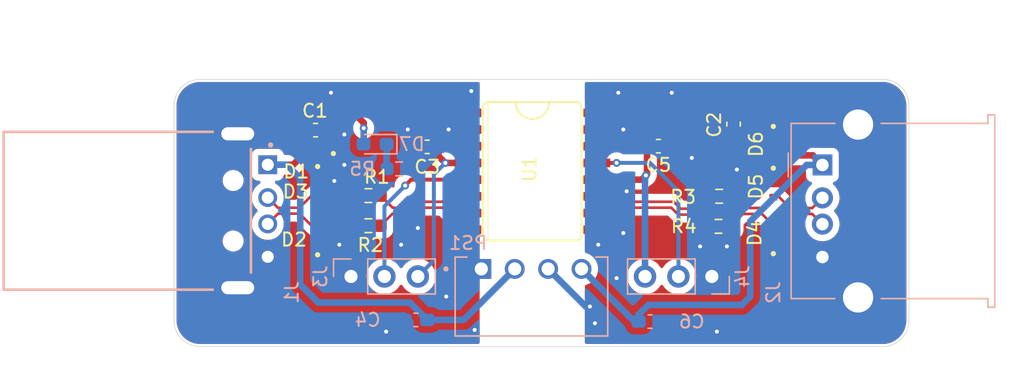
<source format=kicad_pcb>
(kicad_pcb (version 20240108) (generator "pcbnew") (generator_version "8.0")
  (layers (0 "F.Cu" signal) (31 "B.Cu" power) (34 "B.Paste" user) (35 "F.Paste" user) (36 "B.SilkS" user "B.Silkscreen") (37 "F.SilkS" user "F.Silkscreen") (38 "B.Mask" user) (39 "F.Mask" user) (44 "Edge.Cuts" user))
  (net 0 "")
  (net 1 "/VBUS1")
  (net 2 "GND")
  (net 3 "GND1")
  (net 4 "/VBUS2")
  (net 5 "/VDD1")
  (net 6 "/VDD2")
  (net 7 "/USB1_N")
  (net 8 "/USB1_P")
  (net 9 "/USB2_P")
  (net 10 "/USB2_N")
  (net 11 "Net-(D7-K)")
  (net 12 "/SPU")
  (net 13 "/SPD")
  (net 14 "/USB1_2N")
  (net 15 "/USB1_2P")
  (net 16 "/USB2_2N")
  (net 17 "/USB2_2P")
  (footprint "Resistor_SMD:R_0603_1608Metric_Pad0.98x0.95mm_HandSolder" (layer "F.Cu") (at 149.352 91.186 180)
    (property "Reference" "R4" (at 2.6416 0 0) (layer "F.SilkS"))
    (property "Value" "27R")
    (fp_line (start -0.254724 0.5225) (end 0.254724 0.5225) (stroke (width 0.12)) (layer "F.SilkS"))
    (fp_line (start -0.254724 -0.5225) (end 0.254724 -0.5225) (stroke (width 0.12)) (layer "F.SilkS"))
    (pad "1" smd roundrect (at -0.9125 0 180) (size 0.975 0.95) (layers "F.Cu" "F.Paste" "F.Mask") (net 9 "/USB2_P"))
    (pad "2" smd roundrect (at 0.9125 0 180) (size 0.975 0.95) (layers "F.Cu" "F.Paste" "F.Mask") (net 17 "/USB2_2P"))
  )
  (footprint "Resistor_SMD:R_0603_1608Metric_Pad0.98x0.95mm_HandSolder" (layer "F.Cu") (at 122.7328 88.8492)
    (property "Reference" "R1" (at 0.644 -1.424 0) (layer "F.SilkS"))
    (property "Value" "27R")
    (fp_line (start -0.254724 -0.5225) (end 0.254724 -0.5225) (stroke (width 0.12)) (layer "F.SilkS"))
    (fp_line (start -0.254724 0.5225) (end 0.254724 0.5225) (stroke (width 0.12)) (layer "F.SilkS"))
    (pad "1" smd roundrect (at -0.9125 0) (size 0.975 0.95) (layers "F.Cu" "F.Paste" "F.Mask") (net 7 "/USB1_N"))
    (pad "2" smd roundrect (at 0.9125 0) (size 0.975 0.95) (layers "F.Cu" "F.Paste" "F.Mask") (net 14 "/USB1_2N"))
  )
  (footprint "KSZ_KiCad_Footprint_Library:DIO_PESD5V0U1BB_115" (layer "F.Cu") (at 153.5176 85.09 -90)
    (property "Reference" "D6" (at -0.1524 1.3208 90) (layer "F.SilkS"))
    (property "Value" "PESD5V0U1BB_115")
    (fp_circle (center -1.5 0) (end -1.4 0) (stroke (width 0.2)) (fill none) (layer "F.SilkS"))
    (pad "K1" smd rect (at -0.7 0 270) (size 0.5 0.6) (layers "F.Cu") (net 3 "GND1"))
    (pad "K2" smd rect (at 0.7 0 270) (size 0.5 0.6) (layers "F.Cu") (net 4 "/VBUS2"))
  )
  (footprint "Capacitor_SMD:C_0603_1608Metric_Pad1.08x0.95mm_HandSolder" (layer "F.Cu") (at 150.495 83.4125 -90)
    (property "Reference" "C2" (at 0.0508 1.4732 90) (layer "F.SilkS"))
    (property "Value" "1u")
    (fp_line (start -0.146267 0.51) (end 0.146267 0.51) (stroke (width 0.12)) (layer "F.SilkS"))
    (fp_line (start -0.146267 -0.51) (end 0.146267 -0.51) (stroke (width 0.12)) (layer "F.SilkS"))
    (pad "1" smd roundrect (at -0.8625 0 270) (size 1.075 0.95) (layers "F.Cu" "F.Paste" "F.Mask") (net 3 "GND1"))
    (pad "2" smd roundrect (at 0.8625 0 270) (size 1.075 0.95) (layers "F.Cu" "F.Paste" "F.Mask") (net 4 "/VBUS2"))
  )
  (footprint "KSZ_KiCad_Footprint_Library:DIO_PESD5V0U1BB_115" (layer "F.Cu") (at 153.5176 88.265 -90)
    (property "Reference" "D5" (at -0.1016 1.3208 90) (layer "F.SilkS"))
    (property "Value" "PESD5V0U1BB_115")
    (fp_circle (center -1.5 0) (end -1.4 0) (stroke (width 0.2)) (fill none) (layer "F.SilkS"))
    (pad "K1" smd rect (at -0.7 0 270) (size 0.5 0.6) (layers "F.Cu") (net 3 "GND1"))
    (pad "K2" smd rect (at 0.7 0 270) (size 0.5 0.6) (layers "F.Cu") (net 10 "/USB2_N"))
  )
  (footprint "Resistor_SMD:R_0603_1608Metric_Pad0.98x0.95mm_HandSolder" (layer "F.Cu") (at 122.7328 91.1352)
    (property "Reference" "R2" (at 0.1524 1.4732 0) (layer "F.SilkS"))
    (property "Value" "27R")
    (fp_line (start -0.254724 -0.5225) (end 0.254724 -0.5225) (stroke (width 0.12)) (layer "F.SilkS"))
    (fp_line (start -0.254724 0.5225) (end 0.254724 0.5225) (stroke (width 0.12)) (layer "F.SilkS"))
    (pad "1" smd roundrect (at -0.9125 0) (size 0.975 0.95) (layers "F.Cu" "F.Paste" "F.Mask") (net 8 "/USB1_P"))
    (pad "2" smd roundrect (at 0.9125 0) (size 0.975 0.95) (layers "F.Cu" "F.Paste" "F.Mask") (net 15 "/USB1_2P"))
  )
  (footprint "Capacitor_SMD:C_0603_1608Metric_Pad1.08x0.95mm_HandSolder" (layer "F.Cu") (at 144.78 85.09 180)
    (property "Reference" "C5" (at 0 -1.43 360) (layer "F.SilkS"))
    (property "Value" "100n")
    (fp_line (start -0.146267 0.51) (end 0.146267 0.51) (stroke (width 0.12)) (layer "F.SilkS"))
    (fp_line (start -0.146267 -0.51) (end 0.146267 -0.51) (stroke (width 0.12)) (layer "F.SilkS"))
    (pad "1" smd roundrect (at -0.8625 0 180) (size 1.075 0.95) (layers "F.Cu" "F.Paste" "F.Mask") (net 3 "GND1"))
    (pad "2" smd roundrect (at 0.8625 0 180) (size 1.075 0.95) (layers "F.Cu" "F.Paste" "F.Mask") (net 6 "/VDD2"))
  )
  (footprint "KSZ_KiCad_Footprint_Library:DIO_PESD5V0U1BB_115" (layer "F.Cu") (at 118.5672 85.6488 180)
    (property "Reference" "D1" (at 1.3208 -1.3716 180) (layer "F.SilkS"))
    (property "Value" "PESD5V0U1BB_115")
    (fp_circle (center -1.5 0) (end -1.4 0) (stroke (width 0.2)) (fill none) (layer "F.SilkS"))
    (pad "K1" smd rect (at -0.7 0 180) (size 0.5 0.6) (layers "F.Cu") (net 2 "GND"))
    (pad "K2" smd rect (at 0.7 0 180) (size 0.5 0.6) (layers "F.Cu") (net 1 "/VBUS1"))
  )
  (footprint "Resistor_SMD:R_0603_1608Metric_Pad0.98x0.95mm_HandSolder" (layer "F.Cu") (at 149.4028 88.9 180)
    (property "Reference" "R3" (at 2.7432 -0.0508 0) (layer "F.SilkS"))
    (property "Value" "27R")
    (fp_line (start -0.254724 0.5225) (end 0.254724 0.5225) (stroke (width 0.12)) (layer "F.SilkS"))
    (fp_line (start -0.254724 -0.5225) (end 0.254724 -0.5225) (stroke (width 0.12)) (layer "F.SilkS"))
    (pad "1" smd roundrect (at -0.9125 0 180) (size 0.975 0.95) (layers "F.Cu" "F.Paste" "F.Mask") (net 10 "/USB2_N"))
    (pad "2" smd roundrect (at 0.9125 0 180) (size 0.975 0.95) (layers "F.Cu" "F.Paste" "F.Mask") (net 16 "/USB2_2N"))
  )
  (footprint "KSZ_KiCad_Footprint_Library:DIO_PESD5V0U1BB_115" (layer "F.Cu") (at 118.872 91.8464 90)
    (property "Reference" "D2" (at -0.348 -1.798 180) (layer "F.SilkS"))
    (property "Value" "PESD5V0U1BB_115")
    (fp_circle (center -1.5 0) (end -1.4 0) (stroke (width 0.2)) (fill none) (layer "F.SilkS"))
    (pad "K1" smd rect (at -0.7 0 90) (size 0.5 0.6) (layers "F.Cu") (net 2 "GND"))
    (pad "K2" smd rect (at 0.7 0 90) (size 0.5 0.6) (layers "F.Cu") (net 8 "/USB1_P"))
  )
  (footprint "KSZ_KiCad_Footprint_Library:SO16L" (layer "F.Cu") (at 135.2 87 -90)
    (property "Reference" "U1" (at -0.1828 0.2244 90) (layer "F.SilkS"))
    (property "Value" "ADUM3160")
    (fp_line (start -4.8768 3.7338) (end 4.8768 3.7338) (stroke (width 0.1524)) (layer "F.SilkS"))
    (fp_line (start -5.207 3.3782) (end 5.2324 3.3782) (stroke (width 0.0508)) (layer "F.SilkS"))
    (fp_line (start 5.2578 3.3528) (end 5.2578 -3.3528) (stroke (width 0.1524)) (layer "F.SilkS"))
    (fp_line (start -5.2578 1.27) (end -5.2578 3.3528) (stroke (width 0.1524)) (layer "F.SilkS"))
    (fp_line (start -5.2578 -1.27) (end -5.2578 1.27) (stroke (width 0.1524)) (layer "F.SilkS"))
    (fp_line (start -5.2578 -3.3528) (end -5.2578 -1.27) (stroke (width 0.1524)) (layer "F.SilkS"))
    (fp_line (start 4.8768 -3.7338) (end -4.8768 -3.7338) (stroke (width 0.1524)) (layer "F.SilkS"))
    (fp_arc (start -4.8768 3.7338) (mid -5.146208 3.622208) (end -5.2578 3.3528) (stroke (width 0.1524)) (layer "F.SilkS"))
    (fp_arc (start 5.2578 3.3528) (mid 5.146208 3.622208) (end 4.8768 3.7338) (stroke (width 0.1524)) (layer "F.SilkS"))
    (fp_arc (start -5.2578 -1.27) (mid -3.9878 0) (end -5.2578 1.27) (stroke (width 0.1524)) (layer "F.SilkS"))
    (fp_arc (start -5.2578 -3.3528) (mid -5.146208 -3.622208) (end -4.8768 -3.7338) (stroke (width 0.1524)) (layer "F.SilkS"))
    (fp_arc (start 4.8768 -3.7338) (mid 5.146208 -3.622208) (end 5.2578 -3.3528) (stroke (width 0.1524)) (layer "F.SilkS"))
    (fp_poly (pts (xy -4.699 3.7338) (xy -4.191 3.7338) (xy -4.191 3.8608) (xy -4.699 3.8608)) (stroke (width 0.01)) (fill solid) (layer "F.SilkS"))
    (fp_poly (pts (xy -3.429 3.7338) (xy -2.921 3.7338) (xy -2.921 3.8608) (xy -3.429 3.8608)) (stroke (width 0.01)) (fill solid) (layer "F.SilkS"))
    (fp_poly (pts (xy -2.159 3.7338) (xy -1.651 3.7338) (xy -1.651 3.8608) (xy -2.159 3.8608)) (stroke (width 0.01)) (fill solid) (layer "F.SilkS"))
    (fp_poly (pts (xy -0.889 3.7338) (xy -0.381 3.7338) (xy -0.381 3.8608) (xy -0.889 3.8608)) (stroke (width 0.01)) (fill solid) (layer "F.SilkS"))
    (fp_poly (pts (xy 0.381 3.7338) (xy 0.889 3.7338) (xy 0.889 3.8608) (xy 0.381 3.8608)) (stroke (width 0.01)) (fill solid) (layer "F.SilkS"))
    (fp_poly (pts (xy 1.651 3.7338) (xy 2.159 3.7338) (xy 2.159 3.8608) (xy 1.651 3.8608)) (stroke (width 0.01)) (fill solid) (layer "F.SilkS"))
    (fp_poly (pts (xy 2.921 3.7338) (xy 3.429 3.7338) (xy 3.429 3.8608) (xy 2.921 3.8608)) (stroke (width 0.01)) (fill solid) (layer "F.SilkS"))
    (fp_poly (pts (xy 4.191 3.7338) (xy 4.699 3.7338) (xy 4.699 3.8608) (xy 4.191 3.8608)) (stroke (width 0.01)) (fill solid) (layer "F.SilkS"))
    (fp_poly (pts (xy -4.699 -3.8608) (xy -4.191 -3.8608) (xy -4.191 -3.7338) (xy -4.699 -3.7338)) (stroke (width 0.01)) (fill solid) (layer "F.SilkS"))
    (fp_poly (pts (xy -3.429 -3.8608) (xy -2.921 -3.8608) (xy -2.921 -3.7338) (xy -3.429 -3.7338)) (stroke (width 0.01)) (fill solid) (layer "F.SilkS"))
    (fp_poly (pts (xy -2.159 -3.8608) (xy -1.651 -3.8608) (xy -1.651 -3.7338) (xy -2.159 -3.7338)) (stroke (width 0.01)) (fill solid) (layer "F.SilkS"))
    (fp_poly (pts (xy -0.889 -3.8608) (xy -0.381 -3.8608) (xy -0.381 -3.7338) (xy -0.889 -3.7338)) (stroke (width 0.01)) (fill solid) (layer "F.SilkS"))
    (fp_poly (pts (xy 0.381 -3.8608) (xy 0.889 -3.8608) (xy 0.889 -3.7338) (xy 0.381 -3.7338)) (stroke (width 0.01)) (fill solid) (layer "F.SilkS"))
    (fp_poly (pts (xy 1.651 -3.8608) (xy 2.159 -3.8608) (xy 2.159 -3.7338) (xy 1.651 -3.7338)) (stroke (width 0.01)) (fill solid) (layer "F.SilkS"))
    (fp_poly (pts (xy 2.921 -3.8608) (xy 3.429 -3.8608) (xy 3.429 -3.7338) (xy 2.921 -3.7338)) (stroke (width 0.01)) (fill solid) (layer "F.SilkS"))
    (fp_poly (pts (xy 4.191 -3.8608) (xy 4.699 -3.8608) (xy 4.699 -3.7338) (xy 4.191 -3.7338)) (stroke (width 0.01)) (fill solid) (layer "F.SilkS"))
    (pad "1" smd rect (at -4.445 4.9022 270) (size 0.6604 2.032) (layers "F.Cu" "F.Paste" "F.Mask") (net 1 "/VBUS1"))
    (pad "2" smd rect (at -3.175 4.9022 270) (size 0.6604 2.032) (layers "F.Cu" "F.Paste" "F.Mask") (net 2 "GND"))
    (pad "3" smd rect (at -1.905 4.9022 270) (size 0.6604 2.032) (layers "F.Cu" "F.Paste" "F.Mask") (net 5 "/VDD1"))
    (pad "4" smd rect (at -0.635 4.9022 270) (size 0.6604 2.032) (layers "F.Cu" "F.Paste" "F.Mask") (net 5 "/VDD1"))
    (pad "5" smd rect (at 0.635 4.9022 270) (size 0.6604 2.032) (layers "F.Cu" "F.Paste" "F.Mask") (net 12 "/SPU"))
    (pad "6" smd rect (at 1.905 4.9022 270) (size 0.6604 2.032) (layers "F.Cu" "F.Paste" "F.Mask") (net 14 "/USB1_2N"))
    (pad "7" smd rect (at 3.175 4.9022 270) (size 0.6604 2.032) (layers "F.Cu" "F.Paste" "F.Mask") (net 15 "/USB1_2P"))
    (pad "8" smd rect (at 4.445 4.9022 270) (size 0.6604 2.032) (layers "F.Cu" "F.Paste" "F.Mask") (net 2 "GND"))
    (pad "9" smd rect (at 4.445 -4.9022 270) (size 0.6604 2.032) (layers "F.Cu" "F.Paste" "F.Mask") (net 3 "GND1"))
    (pad "10" smd rect (at 3.175 -4.9022 270) (size 0.6604 2.032) (layers "F.Cu" "F.Paste" "F.Mask") (net 17 "/USB2_2P"))
    (pad "11" smd rect (at 1.905 -4.9022 270) (size 0.6604 2.032) (layers "F.Cu" "F.Paste" "F.Mask") (net 16 "/USB2_2N"))
    (pad "12" smd rect (at 0.635 -4.9022 270) (size 0.6604 2.032) (layers "F.Cu" "F.Paste" "F.Mask") (net 6 "/VDD2"))
    (pad "13" smd rect (at -0.635 -4.9022 270) (size 0.6604 2.032) (layers "F.Cu" "F.Paste" "F.Mask") (net 13 "/SPD"))
    (pad "14" smd rect (at -1.905 -4.9022 270) (size 0.6604 2.032) (layers "F.Cu" "F.Paste" "F.Mask") (net 6 "/VDD2"))
    (pad "15" smd rect (at -3.175 -4.9022 270) (size 0.6604 2.032) (layers "F.Cu" "F.Paste" "F.Mask") (net 3 "GND1"))
    (pad "16" smd rect (at -4.445 -4.9022 270) (size 0.6604 2.032) (layers "F.Cu" "F.Paste" "F.Mask") (net 4 "/VBUS2"))
  )
  (footprint "Capacitor_SMD:C_0603_1608Metric_Pad1.08x0.95mm_HandSolder" (layer "F.Cu") (at 127.2032 85.1408)
    (property "Reference" "C3" (at 0 1.524 0) (layer "F.SilkS"))
    (property "Value" "100n")
    (fp_line (start -0.146267 -0.51) (end 0.146267 -0.51) (stroke (width 0.12)) (layer "F.SilkS"))
    (fp_line (start -0.146267 0.51) (end 0.146267 0.51) (stroke (width 0.12)) (layer "F.SilkS"))
    (pad "1" smd roundrect (at -0.8625 0) (size 1.075 0.95) (layers "F.Cu" "F.Paste" "F.Mask") (net 2 "GND"))
    (pad "2" smd roundrect (at 0.8625 0) (size 1.075 0.95) (layers "F.Cu" "F.Paste" "F.Mask") (net 5 "/VDD1"))
  )
  (footprint "KSZ_KiCad_Footprint_Library:DIO_PESD5V0U1BB_115" (layer "F.Cu") (at 153.5176 91.759 90)
    (property "Reference" "D4" (at 0.0508 -1.4224 90) (layer "F.SilkS"))
    (property "Value" "PESD5V0U1BB_115")
    (fp_circle (center -1.5 0) (end -1.4 0) (stroke (width 0.2)) (fill none) (layer "F.SilkS"))
    (pad "K1" smd rect (at -0.7 0 90) (size 0.5 0.6) (layers "F.Cu") (net 3 "GND1"))
    (pad "K2" smd rect (at 0.7 0 90) (size 0.5 0.6) (layers "F.Cu") (net 9 "/USB2_P"))
  )
  (footprint "KSZ_KiCad_Footprint_Library:DIO_PESD5V0U1BB_115" (layer "F.Cu") (at 118.872 88.138 -90)
    (property "Reference" "D3" (at 0.4064 1.6764 0) (layer "F.SilkS"))
    (property "Value" "PESD5V0U1BB_115")
    (fp_circle (center -1.5 0) (end -1.4 0) (stroke (width 0.2)) (fill none) (layer "F.SilkS"))
    (pad "K1" smd rect (at -0.7 0 270) (size 0.5 0.6) (layers "F.Cu") (net 2 "GND"))
    (pad "K2" smd rect (at 0.7 0 270) (size 0.5 0.6) (layers "F.Cu") (net 7 "/USB1_N"))
  )
  (footprint "Capacitor_SMD:C_0603_1608Metric_Pad1.08x0.95mm_HandSolder" (layer "F.Cu") (at 118.7196 83.8708 180)
    (property "Reference" "C1" (at 0.0508 1.4732 0) (layer "F.SilkS"))
    (property "Value" "1u")
    (fp_line (start -0.146267 0.51) (end 0.146267 0.51) (stroke (width 0.12)) (layer "F.SilkS"))
    (fp_line (start -0.146267 -0.51) (end 0.146267 -0.51) (stroke (width 0.12)) (layer "F.SilkS"))
    (pad "1" smd roundrect (at -0.8625 0 180) (size 1.075 0.95) (layers "F.Cu" "F.Paste" "F.Mask") (net 2 "GND"))
    (pad "2" smd roundrect (at 0.8625 0 180) (size 1.075 0.95) (layers "F.Cu" "F.Paste" "F.Mask") (net 1 "/VBUS1"))
  )
  (footprint "KSZ_KiCad_Footprint_Library:SAMTEC_USB-AM-S-X-X-TH" (layer "B.Cu") (at 112.8 90 90)
    (property "Reference" "J1" (at -6.208 4.104 90) (layer "B.SilkS") (effects (justify mirror)))
    (property "Value" "USB-AM-S-X-X-TH")
    (fp_line (start 6 -17.8) (end 6 -1.9) (stroke (width 0.2)) (layer "B.SilkS"))
    (fp_line (start -6 -17.8) (end 6 -17.8) (stroke (width 0.2)) (layer "B.SilkS"))
    (fp_line (start -6 -1.9) (end -6 -17.8) (stroke (width 0.2)) (layer "B.SilkS"))
    (fp_line (start 4.7 1) (end -4.7 1) (stroke (width 0.2)) (layer "B.SilkS"))
    (fp_circle (center 5 2.5) (end 5.1 2.5) (stroke (width 0.2)) (fill none) (layer "B.SilkS"))
    (pad "" np_thru_hole circle (at -2.3 -0.35 90) (size 1.1 1.1) (drill 1.1) (layers "*.Cu" "*.Mask"))
    (pad "" np_thru_hole circle (at 2.3 -0.35 90) (size 1.1 1.1) (drill 1.1) (layers "*.Cu" "*.Mask"))
    (pad "01" thru_hole rect (at 3.5 2.28 90) (size 1.428 1.428) (drill 0.92) (layers "*.Cu" "*.Mask") (net 1 "/VBUS1"))
    (pad "02" thru_hole circle (at 1 2.28 90) (size 1.428 1.428) (drill 0.92) (layers "*.Cu" "*.Mask") (net 7 "/USB1_N"))
    (pad "03" thru_hole circle (at -1 2.28 90) (size 1.428 1.428) (drill 0.92) (layers "*.Cu" "*.Mask") (net 8 "/USB1_P"))
    (pad "04" thru_hole circle (at -3.5 2.28 90) (size 1.428 1.428) (drill 0.92) (layers "*.Cu" "*.Mask") (net 2 "GND"))
    (pad "S1" thru_hole oval (at -5.85 0 90) (size 1.508 3.016) (drill oval 1 2.5) (layers "*.Cu" "*.Mask") (net 2 "GND"))
    (pad "S2" thru_hole oval (at 5.85 0 90) (size 1.508 3.016) (drill oval 1 2.5) (layers "*.Cu" "*.Mask") (net 2 "GND"))
  )
  (footprint "Capacitor_SMD:C_0603_1608Metric_Pad1.08x0.95mm_HandSolder" (layer "B.Cu") (at 144.145 98.425 180)
    (property "Reference" "C6" (at -3.175 0 0) (layer "B.SilkS") (effects (justify mirror)))
    (property "Value" "10u")
    (fp_line (start 0.146267 0.51) (end -0.146267 0.51) (stroke (width 0.12)) (layer "B.SilkS"))
    (fp_line (start 0.146267 -0.51) (end -0.146267 -0.51) (stroke (width 0.12)) (layer "B.SilkS"))
    (pad "1" smd roundrect (at -0.8625 0 180) (size 1.075 0.95) (layers "B.Cu" "B.Paste" "B.Mask") (net 3 "GND1"))
    (pad "2" smd roundrect (at 0.8625 0 180) (size 1.075 0.95) (layers "B.Cu" "B.Paste" "B.Mask") (net 4 "/VBUS2"))
  )
  (footprint "Resistor_SMD:R_0603_1608Metric_Pad0.98x0.95mm_HandSolder" (layer "B.Cu") (at 125.0696 86.8172)
    (property "Reference" "R5" (at -2.8 0 0) (layer "B.SilkS") (effects (justify mirror)))
    (property "Value" "1k5")
    (fp_line (start 0.254724 -0.5225) (end -0.254724 -0.5225) (stroke (width 0.12)) (layer "B.SilkS"))
    (fp_line (start 0.254724 0.5225) (end -0.254724 0.5225) (stroke (width 0.12)) (layer "B.SilkS"))
    (pad "1" smd roundrect (at -0.9125 0) (size 0.975 0.95) (layers "B.Cu" "B.Paste" "B.Mask") (net 11 "Net-(D7-K)"))
    (pad "2" smd roundrect (at 0.9125 0) (size 0.975 0.95) (layers "B.Cu" "B.Paste" "B.Mask") (net 2 "GND"))
  )
  (footprint "Connector_PinHeader_2.54mm:PinHeader_1x03_P2.54mm_Vertical" (layer "B.Cu") (at 121.412 94.996 -90)
    (property "Reference" "J3" (at 0 2.33 90) (layer "B.SilkS") (effects (justify mirror)))
    (property "Value" "Conn_01x03_Pin")
    (fp_line (start -1.33 1.33) (end -1.33 0) (stroke (width 0.12)) (layer "B.SilkS"))
    (fp_line (start 0 1.33) (end -1.33 1.33) (stroke (width 0.12)) (layer "B.SilkS"))
    (fp_line (start 1.33 -1.27) (end -1.33 -1.27) (stroke (width 0.12)) (layer "B.SilkS"))
    (fp_line (start -1.33 -6.41) (end -1.33 -1.27) (stroke (width 0.12)) (layer "B.SilkS"))
    (fp_line (start 1.33 -6.41) (end 1.33 -1.27) (stroke (width 0.12)) (layer "B.SilkS"))
    (fp_line (start 1.33 -6.41) (end -1.33 -6.41) (stroke (width 0.12)) (layer "B.SilkS"))
    (pad "1" thru_hole rect (at 0 0 270) (size 1.7 1.7) (drill 1) (layers "*.Cu" "*.Mask") (net 2 "GND"))
    (pad "2" thru_hole oval (at 0 -2.54 270) (size 1.7 1.7) (drill 1) (layers "*.Cu" "*.Mask") (net 12 "/SPU"))
    (pad "3" thru_hole oval (at 0 -5.08 270) (size 1.7 1.7) (drill 1) (layers "*.Cu" "*.Mask") (net 5 "/VDD1"))
  )
  (footprint "Connector_PinHeader_2.54mm:PinHeader_1x03_P2.54mm_Vertical" (layer "B.Cu") (at 148.844 94.996 90)
    (property "Reference" "J4" (at 0 2.33 90) (layer "B.SilkS") (effects (justify mirror)))
    (property "Value" "Conn_01x03_Pin")
    (fp_line (start 1.33 -6.41) (end -1.33 -6.41) (stroke (width 0.12)) (layer "B.SilkS"))
    (fp_line (start 1.33 -6.41) (end 1.33 -1.27) (stroke (width 0.12)) (layer "B.SilkS"))
    (fp_line (start -1.33 -6.41) (end -1.33 -1.27) (stroke (width 0.12)) (layer "B.SilkS"))
    (fp_line (start 1.33 -1.27) (end -1.33 -1.27) (stroke (width 0.12)) (layer "B.SilkS"))
    (fp_line (start 0 1.33) (end -1.33 1.33) (stroke (width 0.12)) (layer "B.SilkS"))
    (fp_line (start -1.33 1.33) (end -1.33 0) (stroke (width 0.12)) (layer "B.SilkS"))
    (pad "1" thru_hole rect (at 0 0 90) (size 1.7 1.7) (drill 1) (layers "*.Cu" "*.Mask") (net 3 "GND1"))
    (pad "2" thru_hole oval (at 0 -2.54 90) (size 1.7 1.7) (drill 1) (layers "*.Cu" "*.Mask") (net 13 "/SPD"))
    (pad "3" thru_hole oval (at 0 -5.08 90) (size 1.7 1.7) (drill 1) (layers "*.Cu" "*.Mask") (net 6 "/VDD2"))
  )
  (footprint "Capacitor_SMD:C_0603_1608Metric_Pad1.08x0.95mm_HandSolder" (layer "B.Cu") (at 126.3396 98.298)
    (property "Reference" "C4" (at -3.6576 0 0) (layer "B.SilkS") (effects (justify mirror)))
    (property "Value" "4.7u")
    (fp_line (start 0.146267 -0.51) (end -0.146267 -0.51) (stroke (width 0.12)) (layer "B.SilkS"))
    (fp_line (start 0.146267 0.51) (end -0.146267 0.51) (stroke (width 0.12)) (layer "B.SilkS"))
    (pad "1" smd roundrect (at -0.8625 0) (size 1.075 0.95) (layers "B.Cu" "B.Paste" "B.Mask") (net 2 "GND"))
    (pad "2" smd roundrect (at 0.8625 0) (size 1.075 0.95) (layers "B.Cu" "B.Paste" "B.Mask") (net 1 "/VBUS1"))
  )
  (footprint "KSZ_KiCad_Footprint_Library:CONV_B0505S-1WR3" (layer "B.Cu") (at 135.128 96.52)
    (property "Reference" "PS1" (at -4.826 -4.064 0) (layer "B.SilkS") (effects (justify mirror)))
    (property "Value" "B0505S-1WR3")
    (fp_line (start -5.8 -3) (end -4.9 -3) (stroke (width 0.127)) (layer "B.SilkS"))
    (fp_line (start -5.8 3) (end -5.8 -3) (stroke (width 0.127)) (layer "B.SilkS"))
    (fp_line (start 4.9 -3) (end 5.8 -3) (stroke (width 0.127)) (layer "B.SilkS"))
    (fp_line (start 5.8 -3) (end 5.8 3) (stroke (width 0.127)) (layer "B.SilkS"))
    (fp_line (start 5.8 3) (end -5.8 3) (stroke (width 0.127)) (layer "B.SilkS"))
    (fp_circle (center -6.5 -2.1) (end -6.4 -2.1) (stroke (width 0.2)) (fill none) (layer "B.SilkS"))
    (pad "1" thru_hole rect (at -3.81 -2.1) (size 1.508 1.508) (drill 1) (layers "*.Cu" "*.Mask") (net 2 "GND"))
    (pad "2" thru_hole circle (at -1.27 -2.1) (size 1.508 1.508) (drill 1) (layers "*.Cu" "*.Mask") (net 1 "/VBUS1"))
    (pad "3" thru_hole circle (at 1.27 -2.1) (size 1.508 1.508) (drill 1) (layers "*.Cu" "*.Mask") (net 3 "GND1"))
    (pad "4" thru_hole circle (at 3.81 -2.1) (size 1.508 1.508) (drill 1) (layers "*.Cu" "*.Mask") (net 4 "/VBUS2"))
  )
  (footprint "Connector_USB:USB_A_Molex_67643_Horizontal" (layer "B.Cu") (at 157.2508 86.5176 -90)
    (property "Reference" "J2" (at 9.6976 3.7332 90) (layer "B.SilkS") (effects (justify mirror)))
    (property "Value" "USB_A")
    (fp_line (start 0.9 2.6) (end -0.9 2.6) (stroke (width 0.12)) (layer "B.SilkS"))
    (fp_line (start 10.16 2.38) (end -3.16 2.38) (stroke (width 0.12)) (layer "B.SilkS"))
    (fp_line (start -3.16 -0.95) (end -3.16 2.38) (stroke (width 0.12)) (layer "B.SilkS"))
    (fp_line (start 10.16 -0.95) (end 10.16 2.38) (stroke (width 0.12)) (layer "B.SilkS"))
    (fp_line (start -3.16 -4.47) (end -3.16 -12.58) (stroke (width 0.12)) (layer "B.SilkS"))
    (fp_line (start -3.81 -12.58) (end -3.16 -12.58) (stroke (width 0.12)) (layer "B.SilkS"))
    (fp_line (start 10.16 -12.58) (end 10.16 -4.47) (stroke (width 0.12)) (layer "B.SilkS"))
    (fp_line (start 10.16 -12.58) (end 10.81 -12.58) (stroke (width 0.12)) (layer "B.SilkS"))
    (fp_line (start 10.81 -12.58) (end 10.81 -13.1) (stroke (width 0.12)) (layer "B.SilkS"))
    (fp_line (start -3.81 -13.1) (end -3.81 -12.58) (stroke (width 0.12)) (layer "B.SilkS"))
    (fp_line (start 10.81 -13.1) (end -3.81 -13.1) (stroke (width 0.12)) (layer "B.SilkS"))
    (pad "1" thru_hole rect (at 0 0 270) (size 1.6 1.5) (drill 0.95) (layers "*.Cu" "*.Mask") (net 4 "/VBUS2"))
    (pad "2" thru_hole circle (at 2.5 0 270) (size 1.6 1.6) (drill 0.95) (layers "*.Cu" "*.Mask") (net 10 "/USB2_N"))
    (pad "3" thru_hole circle (at 4.5 0 270) (size 1.6 1.6) (drill 0.95) (layers "*.Cu" "*.Mask") (net 9 "/USB2_P"))
    (pad "4" thru_hole circle (at 7 0 270) (size 1.6 1.6) (drill 0.95) (layers "*.Cu" "*.Mask") (net 3 "GND1"))
    (pad "5" thru_hole circle (at -3.07 -2.71 270) (size 3 3) (drill 2.3) (layers "*.Cu" "*.Mask") (net 3 "GND1"))
    (pad "5" thru_hole circle (at 10.07 -2.71 270) (size 3 3) (drill 2.3) (layers "*.Cu" "*.Mask") (net 3 "GND1"))
  )
  (footprint "LED_SMD:LED_0603_1608Metric_Pad1.05x0.95mm_HandSolder" (layer "B.Cu") (at 123.2408 84.9376 180)
    (property "Reference" "D7" (at -2.8 0 0) (layer "B.SilkS") (effects (justify mirror)))
    (property "Value" "LED")
    (fp_line (start 0.8 -0.735) (end -1.66 -0.735) (stroke (width 0.12)) (layer "B.SilkS"))
    (fp_line (start -1.66 0.735) (end 0.8 0.735) (stroke (width 0.12)) (layer "B.SilkS"))
    (fp_line (start -1.66 -0.735) (end -1.66 0.735) (stroke (width 0.12)) (layer "B.SilkS"))
    (pad "1" smd roundrect (at -0.875 0 180) (size 1.05 0.95) (layers "B.Cu" "B.Paste" "B.Mask") (net 11 "Net-(D7-K)"))
    (pad "2" smd roundrect (at 0.875 0 180) (size 1.05 0.95) (layers "B.Cu" "B.Paste" "B.Mask") (net 1 "/VBUS1"))
  )
  (gr_arc (start 107.95 82.01) (mid 108.535786 80.595786) (end 109.95 80.01) (stroke (width 0.05)) (layer "Edge.Cuts"))
  (gr_line (start 163.83 82.01) (end 163.83 98.33) (stroke (width 0.05)) (layer "Edge.Cuts"))
  (gr_line (start 109.95 80.01) (end 161.83 80.01) (stroke (width 0.05)) (layer "Edge.Cuts"))
  (gr_arc (start 163.83 98.33) (mid 163.244214 99.744214) (end 161.83 100.33) (stroke (width 0.05)) (layer "Edge.Cuts"))
  (gr_line (start 107.95 98.33) (end 107.95 82.01) (stroke (width 0.05)) (layer "Edge.Cuts"))
  (gr_line (start 161.83 100.33) (end 109.95 100.33) (stroke (width 0.05)) (layer "Edge.Cuts"))
  (gr_arc (start 161.83 80.01) (mid 163.244214 80.595786) (end 163.83 82.01) (stroke (width 0.05)) (layer "Edge.Cuts"))
  (gr_arc (start 109.95 100.33) (mid 108.535786 99.744214) (end 107.95 98.33) (stroke (width 0.05)) (layer "Edge.Cuts"))
  (segment (start 118.2574 82.555) (end 121.1072 82.555) (width 0.5) (layer "F.Cu") (net 1))
  (segment (start 117.8571 82.9553) (end 118.2574 82.555) (width 0.5) (layer "F.Cu") (net 1))
  (segment (start 117.8571 83.8708) (end 117.8571 82.9553) (width 0.5) (layer "F.Cu") (net 1))
  (segment (start 121.1072 82.555) (end 130.2978 82.555) (width 0.5) (layer "F.Cu") (net 1))
  (segment (start 117.016 86.5) (end 117.8672 85.6488) (width 0.5) (layer "F.Cu") (net 1))
  (segment (start 115.08 86.5) (end 117.016 86.5) (width 0.5) (layer "F.Cu") (net 1))
  (segment (start 117.8672 83.8809) (end 117.8571 83.8708) (width 0.5) (layer "F.Cu") (net 1))
  (segment (start 121.1072 82.555) (end 121.6202 82.555) (width 0.5) (layer "F.Cu") (net 1))
  (segment (start 117.8672 85.6488) (end 117.8672 83.8809) (width 0.5) (layer "F.Cu") (net 1))
  (segment (start 122.3772 83.312) (end 122.3772 83.7184) (width 0.5) (layer "F.Cu") (net 1))
  (segment (start 121.6202 82.555) (end 122.3772 83.312) (width 0.5) (layer "F.Cu") (net 1))
  (via (at 122.3772 83.7184) (size 0.6) (drill 0.3) (layers "F.Cu" "B.Cu") (net 1))
  (segment (start 129.98 98.298) (end 127.2021 98.298) (width 0.5) (layer "B.Cu") (net 1))
  (segment (start 118.9228 96.9772) (end 125.8813 96.9772) (width 0.5) (layer "B.Cu") (net 1))
  (segment (start 115.08 86.5) (end 116.5228 86.5) (width 0.5) (layer "B.Cu") (net 1))
  (segment (start 116.5228 86.5) (end 117.5512 87.5284) (width 0.5) (layer "B.Cu") (net 1))
  (segment (start 117.5512 87.5284) (end 117.5512 95.6056) (width 0.5) (layer "B.Cu") (net 1))
  (segment (start 122.3772 83.7184) (end 122.3772 84.9262) (width 0.5) (layer "B.Cu") (net 1))
  (segment (start 133.858 94.42) (end 129.98 98.298) (width 0.5) (layer "B.Cu") (net 1))
  (segment (start 122.3772 84.9262) (end 122.3658 84.9376) (width 0.5) (layer "B.Cu") (net 1))
  (segment (start 117.5512 95.6056) (end 118.9228 96.9772) (width 0.5) (layer "B.Cu") (net 1))
  (segment (start 125.8813 96.9772) (end 127.2021 98.298) (width 0.5) (layer "B.Cu") (net 1))
  (segment (start 128.8338 83.825) (end 128.8288 83.82) (width 0.5) (layer "F.Cu") (net 2))
  (segment (start 130.2978 83.825) (end 128.8338 83.825) (width 0.5) (layer "F.Cu") (net 2))
  (via (at 128.651 96.52) (size 0.6) (drill 0.3) (layers "F.Cu" "B.Cu") (net 2))
  (via (at 120.904 84.201) (size 0.6) (drill 0.3) (layers "F.Cu" "B.Cu") (net 2))
  (via (at 125.73 83.82) (size 0.6) (drill 0.3) (layers "F.Cu" "B.Cu") (net 2))
  (via (at 130.556 80.899) (size 0.6) (drill 0.3) (layers "F.Cu" "B.Cu") (net 2))
  (via (at 120.523 92.583) (size 0.6) (drill 0.3) (layers "F.Cu" "B.Cu") (net 2))
  (via (at 130.81 99.06) (size 0.6) (drill 0.3) (layers "F.Cu" "B.Cu") (net 2))
  (via (at 126.492 91.313) (size 0.6) (drill 0.3) (layers "F.Cu" "B.Cu") (net 2))
  (via (at 119.888 81.026) (size 0.6) (drill 0.3) (layers "F.Cu" "B.Cu") (net 2))
  (via (at 120.142 87.7316) (size 0.6) (drill 0.3) (layers "F.Cu" "B.Cu") (net 2))
  (via (at 125.222 92.583) (size 0.6) (drill 0.3) (layers "F.Cu" "B.Cu") (net 2))
  (via (at 124.079 99.187) (size 0.6) (drill 0.3) (layers "F.Cu" "B.Cu") (net 2))
  (via (at 120.904 86.5124) (size 0.6) (drill 0.3) (layers "F.Cu" "B.Cu") (net 2))
  (via (at 128.8288 83.82) (size 0.6) (drill 0.3) (layers "F.Cu" "B.Cu") (net 2))
  (via (at 149.987 92.71) (size 0.6) (drill 0.3) (layers "F.Cu" "B.Cu") (net 3))
  (via (at 141.605 95.123) (size 0.6) (drill 0.3) (layers "F.Cu" "B.Cu") (net 3))
  (via (at 142.367 88.519) (size 0.6) (drill 0.3) (layers "F.Cu" "B.Cu") (net 3))
  (via (at 149.225 99.187) (size 0.6) (drill 0.3) (layers "F.Cu" "B.Cu") (net 3))
  (via (at 142.113 91.694) (size 0.6) (drill 0.3) (layers "F.Cu" "B.Cu") (net 3))
  (via (at 139.954 98.552) (size 0.6) (drill 0.3) (layers "F.Cu" "B.Cu") (net 3))
  (via (at 147.32 85.979) (size 0.6) (drill 0.3) (layers "F.Cu" "B.Cu") (net 3))
  (via (at 142.113 83.82) (size 0.6) (drill 0.3) (layers "F.Cu" "B.Cu") (net 3))
  (via (at 147.955 92.71) (size 0.6) (drill 0.3) (layers "F.Cu" "B.Cu") (net 3))
  (via (at 141.732 81.026) (size 0.6) (drill 0.3) (layers "F.Cu" "B.Cu") (net 3))
  (via (at 145.796 81.026) (size 0.6) (drill 0.3) (layers "F.Cu" "B.Cu") (net 3))
  (via (at 140.208 92.583) (size 0.6) (drill 0.3) (layers "F.Cu" "B.Cu") (net 3))
  (via (at 139.573 97.282) (size 0.6) (drill 0.3) (layers "F.Cu" "B.Cu") (net 3))
  (via (at 150.749 86.868) (size 0.6) (drill 0.3) (layers "F.Cu" "B.Cu") (net 3))
  (segment (start 139.26 97.282) (end 136.398 94.42) (width 0.5) (layer "B.Cu") (net 3))
  (segment (start 139.573 97.282) (end 139.26 97.282) (width 0.5) (layer "B.Cu") (net 3))
  (segment (start 146.69 82.555) (end 140.1022 82.555) (width 0.5) (layer "F.Cu") (net 4))
  (segment (start 150.95 84.275) (end 150.495 84.275) (width 0.5) (layer "F.Cu") (net 4))
  (segment (start 156.5232 85.79) (end 153.5176 85.79) (width 0.5) (layer "F.Cu") (net 4))
  (segment (start 153.5176 85.79) (end 152.465 85.79) (width 0.5) (layer "F.Cu") (net 4))
  (segment (start 148.41 84.275) (end 146.69 82.555) (width 0.5) (layer "F.Cu") (net 4))
  (segment (start 152.465 85.79) (end 150.95 84.275) (width 0.5) (layer "F.Cu") (net 4))
  (segment (start 150.495 84.275) (end 148.41 84.275) (width 0.5) (layer "F.Cu") (net 4))
  (segment (start 157.2508 86.5176) (end 156.5232 85.79) (width 0.5) (layer "F.Cu") (net 4))
  (segment (start 157.2508 86.5176) (end 156.0524 86.5176) (width 0.5) (layer "B.Cu") (net 4))
  (segment (start 151.765 90.805) (end 151.765 96.52) (width 0.5) (layer "B.Cu") (net 4))
  (segment (start 151.765 96.52) (end 151.13 97.155) (width 0.5) (layer "B.Cu") (net 4))
  (segment (start 143.2825 97.8905) (end 143.2825 98.425) (width 0.5) (layer "B.Cu") (net 4))
  (segment (start 156.0524 86.5176) (end 151.765 90.805) (width 0.5) (layer "B.Cu") (net 4))
  (segment (start 142.943 98.425) (end 138.938 94.42) (width 0.5) (layer "B.Cu") (net 4))
  (segment (start 144.018 97.155) (end 143.2825 97.8905) (width 0.5) (layer "B.Cu") (net 4))
  (segment (start 143.2825 98.425) (end 142.943 98.425) (width 0.5) (layer "B.Cu") (net 4))
  (segment (start 151.13 97.155) (end 144.018 97.155) (width 0.5) (layer "B.Cu") (net 4))
  (segment (start 128.0657 85.8509) (end 128.0657 85.1408) (width 0.5) (layer "F.Cu") (net 5))
  (segment (start 128.0657 85.1408) (end 130.252 85.1408) (width 0.5) (layer "F.Cu") (net 5))
  (segment (start 130.252 85.1408) (end 130.2978 85.095) (width 0.5) (layer "F.Cu") (net 5))
  (segment (start 130.2978 86.365) (end 128.5798 86.365) (width 0.5) (layer "F.Cu") (net 5))
  (segment (start 128.5798 86.365) (end 128.0657 85.8509) (width 0.5) (layer "F.Cu") (net 5))
  (via (at 128.5798 86.365) (size 0.6) (drill 0.3) (layers "F.Cu" "B.Cu") (net 5))
  (segment (start 126.492 94.996) (end 127.7112 93.7768) (width 0.3) (layer "B.Cu") (net 5))
  (segment (start 127.7112 87.2336) (end 128.5798 86.365) (width 0.3) (layer "B.Cu") (net 5))
  (segment (start 127.7112 93.7768) (end 127.7112 87.2336) (width 0.3) (layer "B.Cu") (net 5))
  (segment (start 143.9175 85.09) (end 140.1072 85.09) (width 0.5) (layer "F.Cu") (net 6))
  (segment (start 140.1072 85.09) (end 140.1022 85.095) (width 0.5) (layer "F.Cu") (net 6))
  (segment (start 143.505 87.635) (end 140.1022 87.635) (width 0.5) (layer "F.Cu") (net 6))
  (segment (start 143.9175 87.2225) (end 143.8275 87.3125) (width 0.5) (layer "F.Cu") (net 6))
  (segment (start 143.9175 85.09) (end 143.9175 87.2225) (width 0.5) (layer "F.Cu") (net 6))
  (segment (start 143.8275 87.3125) (end 143.505 87.635) (width 0.5) (layer "F.Cu") (net 6))
  (via (at 143.8275 87.3125) (size 0.6) (drill 0.3) (layers "F.Cu" "B.Cu") (net 6))
  (segment (start 143.8275 87.3125) (end 143.764 87.376) (width 0.5) (layer "B.Cu") (net 6))
  (segment (start 143.764 87.376) (end 143.764 94.996) (width 0.5) (layer "B.Cu") (net 6))
  (segment (start 118.922 88.838) (end 119.8512 89.7672) (width 0.2) (layer "F.Cu") (net 7))
  (segment (start 115.855 89.775) (end 116.713 89.775) (width 0.2) (layer "F.Cu") (net 7))
  (segment (start 116.713 89.775) (end 116.7208 89.7672) (width 0.2) (layer "F.Cu") (net 7))
  (segment (start 115.08 89) (end 115.855 89.775) (width 0.2) (layer "F.Cu") (net 7))
  (segment (start 116.7208 89.7672) (end 117.492799 89.7672) (width 0.2) (layer "F.Cu") (net 7))
  (segment (start 118.421999 88.838) (end 118.872 88.838) (width 0.2) (layer "F.Cu") (net 7))
  (segment (start 117.492799 89.7672) (end 118.421999 88.838) (width 0.2) (layer "F.Cu") (net 7))
  (segment (start 119.8512 89.7672) (end 120.171049 89.7672) (width 0.2) (layer "F.Cu") (net 7))
  (segment (start 120.171049 89.7672) (end 121.089049 88.8492) (width 0.2) (layer "F.Cu") (net 7))
  (segment (start 118.872 88.838) (end 118.922 88.838) (width 0.2) (layer "F.Cu") (net 7))
  (segment (start 121.089049 88.8492) (end 121.8203 88.8492) (width 0.2) (layer "F.Cu") (net 7))
  (segment (start 115.08 91) (end 115.855 90.225) (width 0.2) (layer "F.Cu") (net 8))
  (segment (start 120.171049 90.2172) (end 121.089049 91.1352) (width 0.2) (layer "F.Cu") (net 8))
  (segment (start 116.885206 90.225) (end 116.893006 90.2172) (width 0.2) (layer "F.Cu") (net 8))
  (segment (start 118.421999 91.1464) (end 118.872 91.1464) (width 0.2) (layer "F.Cu") (net 8))
  (segment (start 115.855 90.225) (end 116.885206 90.225) (width 0.2) (layer "F.Cu") (net 8))
  (segment (start 118.922 91.1464) (end 119.8512 90.2172) (width 0.2) (layer "F.Cu") (net 8))
  (segment (start 117.492799 90.2172) (end 118.421999 91.1464) (width 0.2) (layer "F.Cu") (net 8))
  (segment (start 121.089049 91.1352) (end 121.8203 91.1352) (width 0.2) (layer "F.Cu") (net 8))
  (segment (start 116.893006 90.2172) (end 117.492799 90.2172) (width 0.2) (layer "F.Cu") (net 8))
  (segment (start 118.872 91.1464) (end 118.922 91.1464) (width 0.2) (layer "F.Cu") (net 8))
  (segment (start 119.8512 90.2172) (end 120.171049 90.2172) (width 0.2) (layer "F.Cu") (net 8))
  (segment (start 152.267399 90.242601) (end 151.207899 90.242601) (width 0.2) (layer "F.Cu") (net 9))
  (segment (start 157.2508 91.0176) (end 156.4758 90.2426) (width 0.2) (layer "F.Cu") (net 9))
  (segment (start 153.4676 91.059) (end 152.6456 90.237) (width 0.2) (layer "F.Cu") (net 9))
  (segment (start 156.4758 90.2426) (end 155.402794 90.2426) (width 0.2) (layer "F.Cu") (net 9))
  (segment (start 152.273 90.237) (end 152.267399 90.242601) (width 0.2) (layer "F.Cu") (net 9))
  (segment (start 155.402794 90.2426) (end 155.397194 90.237) (width 0.2) (layer "F.Cu") (net 9))
  (segment (start 152.6456 90.237) (end 152.273 90.237) (width 0.2) (layer "F.Cu") (net 9))
  (segment (start 153.967601 91.059) (end 153.5176 91.059) (width 0.2) (layer "F.Cu") (net 9))
  (segment (start 154.789601 90.237) (end 153.967601 91.059) (width 0.2) (layer "F.Cu") (net 9))
  (segment (start 153.5176 91.059) (end 153.4676 91.059) (width 0.2) (layer "F.Cu") (net 9))
  (segment (start 155.397194 90.237) (end 154.789601 90.237) (width 0.2) (layer "F.Cu") (net 9))
  (segment (start 151.207899 90.242601) (end 150.2645 91.186) (width 0.2) (layer "F.Cu") (net 9))
  (segment (start 156.4758 89.7926) (end 155.575 89.7926) (width 0.2) (layer "F.Cu") (net 10))
  (segment (start 153.4676 88.965) (end 152.6456 89.787) (width 0.2) (layer "F.Cu") (net 10))
  (segment (start 152.095195 89.792599) (end 151.207899 89.792599) (width 0.2) (layer "F.Cu") (net 10))
  (segment (start 154.789601 89.787) (end 153.967601 88.965) (width 0.2) (layer "F.Cu") (net 10))
  (segment (start 153.967601 88.965) (end 153.5176 88.965) (width 0.2) (layer "F.Cu") (net 10))
  (segment (start 152.100794 89.787) (end 152.095195 89.792599) (width 0.2) (layer "F.Cu") (net 10))
  (segment (start 155.5694 89.787) (end 154.789601 89.787) (width 0.2) (layer "F.Cu") (net 10))
  (segment (start 151.207899 89.792599) (end 150.3153 88.9) (width 0.2) (layer "F.Cu") (net 10))
  (segment (start 155.575 89.7926) (end 155.5694 89.787) (width 0.2) (layer "F.Cu") (net 10))
  (segment (start 152.6456 89.787) (end 152.100794 89.787) (width 0.2) (layer "F.Cu") (net 10))
  (segment (start 153.5176 88.965) (end 153.4676 88.965) (width 0.2) (layer "F.Cu") (net 10))
  (segment (start 157.2508 89.0176) (end 156.4758 89.7926) (width 0.2) (layer "F.Cu") (net 10))
  (segment (start 124.1158 84.9376) (end 124.1158 86.7759) (width 0.5) (layer "B.Cu") (net 11))
  (segment (start 124.1158 86.7759) (end 124.1571 86.8172) (width 0.5) (layer "B.Cu") (net 11))
  (segment (start 130.2978 87.635) (end 125.979 87.635) (width 0.3) (layer "F.Cu") (net 12))
  (segment (start 125.979 87.635) (end 125.5268 88.0872) (width 0.3) (layer "F.Cu") (net 12))
  (via (at 125.5268 88.0872) (size 0.6) (drill 0.3) (layers "F.Cu" "B.Cu") (net 12))
  (segment (start 123.952 89.662) (end 123.952 94.996) (width 0.3) (layer "B.Cu") (net 12))
  (segment (start 125.5268 88.0872) (end 123.952 89.662) (width 0.3) (layer "B.Cu") (net 12))
  (segment (start 140.1022 86.365) (end 141.6 86.365) (width 0.3) (layer "F.Cu") (net 13))
  (segment (start 141.6 86.365) (end 141.605 86.36) (width 0.3) (layer "F.Cu") (net 13))
  (via (at 141.605 86.36) (size 0.6) (drill 0.3) (layers "F.Cu" "B.Cu") (net 13))
  (segment (start 141.605 86.36) (end 144.145 86.36) (width 0.3) (layer "B.Cu") (net 13))
  (segment (start 146.304 88.519) (end 146.304 94.996) (width 0.3) (layer "B.Cu") (net 13))
  (segment (start 144.145 86.36) (end 146.304 88.519) (width 0.3) (layer "B.Cu") (net 13))
  (segment (start 128.773799 88.905) (end 130.2978 88.905) (width 0.2) (layer "F.Cu") (net 14))
  (segment (start 125.962 89.315) (end 128.363799 89.315) (width 0.2) (layer "F.Cu") (net 14))
  (segment (start 123.6578 88.8492) (end 124.5758 89.7672) (width 0.2) (layer "F.Cu") (net 14))
  (segment (start 125.5098 89.7672) (end 125.962 89.315) (width 0.2) (layer "F.Cu") (net 14))
  (segment (start 124.5758 89.7672) (end 125.5098 89.7672) (width 0.2) (layer "F.Cu") (net 14))
  (segment (start 123.6453 88.8492) (end 123.6578 88.8492) (width 0.2) (layer "F.Cu") (net 14))
  (segment (start 128.363799 89.315) (end 128.773799 88.905) (width 0.2) (layer "F.Cu") (net 14))
  (segment (start 123.6453 91.1352) (end 123.6578 91.1352) (width 0.2) (layer "F.Cu") (net 15))
  (segment (start 123.6578 91.1352) (end 124.5758 90.2172) (width 0.2) (layer "F.Cu") (net 15))
  (segment (start 126.1484 89.765) (end 128.363799 89.765) (width 0.2) (layer "F.Cu") (net 15))
  (segment (start 128.363799 89.765) (end 128.773799 90.175) (width 0.2) (layer "F.Cu") (net 15))
  (segment (start 125.6962 90.2172) (end 126.1484 89.765) (width 0.2) (layer "F.Cu") (net 15))
  (segment (start 128.773799 90.175) (end 130.2978 90.175) (width 0.2) (layer "F.Cu") (net 15))
  (segment (start 124.5758 90.2172) (end 125.6962 90.2172) (width 0.2) (layer "F.Cu") (net 15))
  (segment (start 141.626201 88.905) (end 140.1022 88.905) (width 0.2) (layer "F.Cu") (net 16))
  (segment (start 148.4903 88.9) (end 147.546901 89.843399) (width 0.2) (layer "F.Cu") (net 16))
  (segment (start 142.036201 89.315) (end 141.626201 88.905) (width 0.2) (layer "F.Cu") (net 16))
  (segment (start 146.471662 89.843399) (end 145.943263 89.315) (width 0.2) (layer "F.Cu") (net 16))
  (segment (start 145.943263 89.315) (end 142.036201 89.315) (width 0.2) (layer "F.Cu") (net 16))
  (segment (start 147.546901 89.843399) (end 146.471662 89.843399) (width 0.2) (layer "F.Cu") (net 16))
  (segment (start 146.285264 90.293401) (end 145.756863 89.765) (width 0.2) (layer "F.Cu") (net 17))
  (segment (start 147.546901 90.293401) (end 146.285264 90.293401) (width 0.2) (layer "F.Cu") (net 17))
  (segment (start 145.756863 89.765) (end 142.036201 89.765) (width 0.2) (layer "F.Cu") (net 17))
  (segment (start 142.036201 89.765) (end 141.626201 90.175) (width 0.2) (layer "F.Cu") (net 17))
  (segment (start 141.626201 90.175) (end 140.1022 90.175) (width 0.2) (layer "F.Cu") (net 17))
  (segment (start 148.4395 91.186) (end 147.546901 90.293401) (width 0.2) (layer "F.Cu") (net 17))
  (zone (net 3) (net_name "GND1") (layers "F&B.Cu") (priority 1) (connect_pads yes (clearance 0.5)) (min_thickness 0.25) (fill yes (thermal_gap 0.5) (thermal_bridge_width 0.5))
    (polygon (pts (xy 139.192 102.87) (xy 139.192 78.74) (xy 165.1 78.74) (xy 165.1 102.87)))
  )
  (zone (net 2) (net_name "GND") (layers "F&B.Cu") (priority 1) (connect_pads yes (clearance 0.5)) (min_thickness 0.25) (fill yes (thermal_gap 0.5) (thermal_bridge_width 0.5))
    (polygon (pts (xy 131.191 78.74) (xy 131.191 102.87) (xy 106.68 102.87) (xy 106.68 78.74)))
  )
)
</source>
